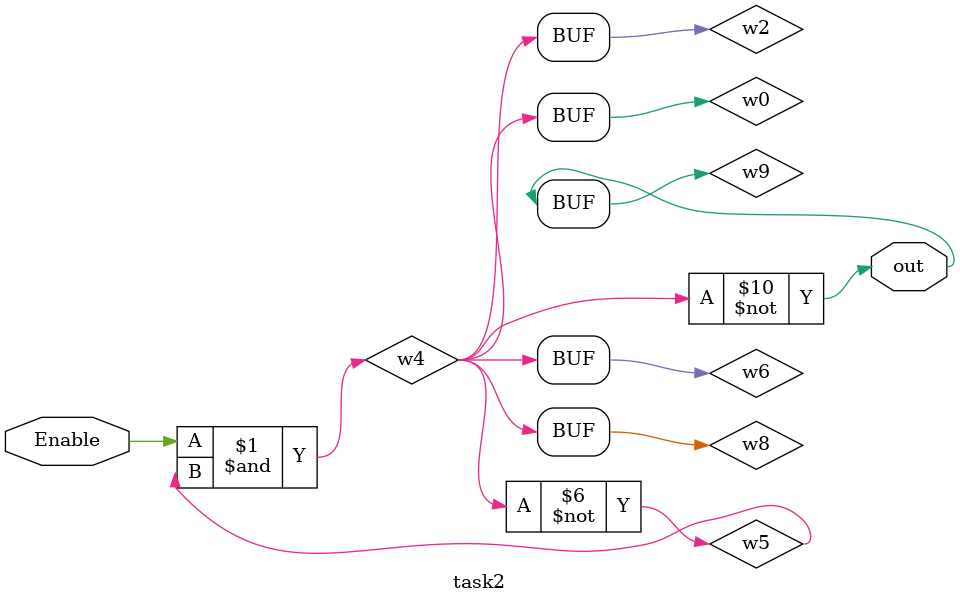
<source format=v>
`timescale 1ns / 1ps


module task2(input Enable, output out);
    //(* ALLOW_COMBINATIONAL_LOOPS = "TRUE" *)
    (* DONT_TOUCH = "TRUE" *) wire w0, w1, w2, w3, w4, w5, w6, w7, w8, w9;
    and #5 (w0, Enable, w5);
    not #5 (w1, w0);
    not #5 (w2, w1);
    not #5 (w3, w2);
    not #5 (w4, w3);
    not #5 (w5, w4);
    not #5 (w6, w5);
    not #5 (w7, w6);
    not #5 (w8, w7);
    not #5 (w9, w8);
    assign out = w9;
endmodule

</source>
